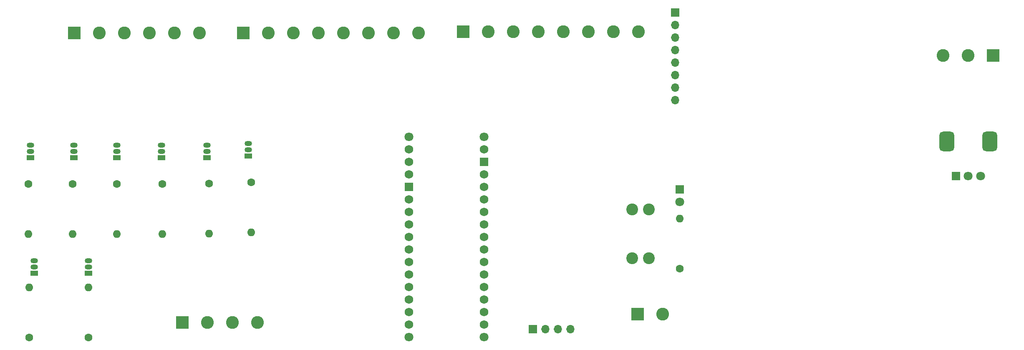
<source format=gbr>
%TF.GenerationSoftware,KiCad,Pcbnew,7.0.8*%
%TF.CreationDate,2024-12-10T03:26:12-06:00*%
%TF.ProjectId,CANBOARD_REV2,43414e42-4f41-4524-945f-524556322e6b,rev?*%
%TF.SameCoordinates,Original*%
%TF.FileFunction,Soldermask,Bot*%
%TF.FilePolarity,Negative*%
%FSLAX46Y46*%
G04 Gerber Fmt 4.6, Leading zero omitted, Abs format (unit mm)*
G04 Created by KiCad (PCBNEW 7.0.8) date 2024-12-10 03:26:12*
%MOMM*%
%LPD*%
G01*
G04 APERTURE LIST*
G04 Aperture macros list*
%AMRoundRect*
0 Rectangle with rounded corners*
0 $1 Rounding radius*
0 $2 $3 $4 $5 $6 $7 $8 $9 X,Y pos of 4 corners*
0 Add a 4 corners polygon primitive as box body*
4,1,4,$2,$3,$4,$5,$6,$7,$8,$9,$2,$3,0*
0 Add four circle primitives for the rounded corners*
1,1,$1+$1,$2,$3*
1,1,$1+$1,$4,$5*
1,1,$1+$1,$6,$7*
1,1,$1+$1,$8,$9*
0 Add four rect primitives between the rounded corners*
20,1,$1+$1,$2,$3,$4,$5,0*
20,1,$1+$1,$4,$5,$6,$7,0*
20,1,$1+$1,$6,$7,$8,$9,0*
20,1,$1+$1,$8,$9,$2,$3,0*%
G04 Aperture macros list end*
%ADD10R,2.600000X2.600000*%
%ADD11C,2.600000*%
%ADD12R,1.800000X1.800000*%
%ADD13C,1.800000*%
%ADD14RoundRect,0.750000X0.750000X-1.250000X0.750000X1.250000X-0.750000X1.250000X-0.750000X-1.250000X0*%
%ADD15C,1.600000*%
%ADD16O,1.600000X1.600000*%
%ADD17R,1.500000X1.050000*%
%ADD18O,1.500000X1.050000*%
%ADD19C,2.400000*%
%ADD20R,1.700000X1.700000*%
%ADD21O,1.700000X1.700000*%
%ADD22C,1.727200*%
%ADD23R,1.727200X1.727200*%
G04 APERTURE END LIST*
D10*
%TO.C,J7*%
X176000000Y-102305000D03*
D11*
X181080000Y-102305000D03*
%TD*%
D12*
%TO.C,RV1*%
X240555000Y-74305000D03*
D13*
X243055000Y-74305000D03*
X245555000Y-74305000D03*
D14*
X238655000Y-67305000D03*
X247455000Y-67305000D03*
%TD*%
D15*
%TO.C,R9*%
X52545000Y-107080000D03*
D16*
X52545000Y-96920000D03*
%TD*%
D15*
%TO.C,R8*%
X64545000Y-107080000D03*
D16*
X64545000Y-96920000D03*
%TD*%
D17*
%TO.C,Q8*%
X53545000Y-94000000D03*
D18*
X53545000Y-92730000D03*
X53545000Y-91460000D03*
%TD*%
D17*
%TO.C,Q7*%
X64545000Y-94000000D03*
D18*
X64545000Y-92730000D03*
X64545000Y-91460000D03*
%TD*%
D17*
%TO.C,Q6*%
X96965000Y-70270000D03*
D18*
X96965000Y-69000000D03*
X96965000Y-67730000D03*
%TD*%
D17*
%TO.C,Q5*%
X88545000Y-70540000D03*
D18*
X88545000Y-69270000D03*
X88545000Y-68000000D03*
%TD*%
D17*
%TO.C,Q4*%
X79335000Y-70540000D03*
D18*
X79335000Y-69270000D03*
X79335000Y-68000000D03*
%TD*%
D17*
%TO.C,Q3*%
X70335000Y-70540000D03*
D18*
X70335000Y-69270000D03*
X70335000Y-68000000D03*
%TD*%
D17*
%TO.C,Q2*%
X61545000Y-70540000D03*
D18*
X61545000Y-69270000D03*
X61545000Y-68000000D03*
%TD*%
%TO.C,Q1*%
X52755000Y-68000000D03*
X52755000Y-69270000D03*
D17*
X52755000Y-70540000D03*
%TD*%
D10*
%TO.C,J10*%
X83545000Y-104000000D03*
D11*
X88625000Y-104000000D03*
X93705000Y-104000000D03*
X98785000Y-104000000D03*
%TD*%
D19*
%TO.C,F1*%
X174845000Y-90960000D03*
X174845000Y-81040000D03*
X178245000Y-90960000D03*
X178245000Y-81040000D03*
%TD*%
D10*
%TO.C,J4*%
X248115000Y-49805000D03*
D11*
X243035000Y-49805000D03*
X237955000Y-49805000D03*
%TD*%
D12*
%TO.C,D1*%
X184545000Y-77000000D03*
D13*
X184545000Y-79540000D03*
%TD*%
D15*
%TO.C,R1*%
X184545000Y-93080000D03*
D16*
X184545000Y-82920000D03*
%TD*%
D20*
%TO.C,J1*%
X154745000Y-105375000D03*
D21*
X157285000Y-105375000D03*
X159825000Y-105375000D03*
X162365000Y-105375000D03*
%TD*%
D15*
%TO.C,R5*%
X79545000Y-75920000D03*
D16*
X79545000Y-86080000D03*
%TD*%
D11*
%TO.C,J2*%
X176105000Y-45000000D03*
X171025000Y-45000000D03*
X165945000Y-45000000D03*
X160865000Y-45000000D03*
X155785000Y-45000000D03*
X150705000Y-45000000D03*
X145625000Y-45000000D03*
D10*
X140545000Y-45000000D03*
%TD*%
D11*
%TO.C,J3*%
X131545000Y-45305000D03*
X126465000Y-45305000D03*
X121385000Y-45305000D03*
X116305000Y-45305000D03*
X111225000Y-45305000D03*
X106145000Y-45305000D03*
X101065000Y-45305000D03*
D10*
X95985000Y-45305000D03*
%TD*%
D13*
%TO.C,A1*%
X129545000Y-66380000D03*
X129545000Y-107020000D03*
X144785000Y-66380000D03*
X144785000Y-107020000D03*
D22*
X144785000Y-101940000D03*
X144785000Y-76540000D03*
X144785000Y-96860000D03*
X144785000Y-94320000D03*
X144785000Y-91780000D03*
X144785000Y-89240000D03*
X144785000Y-86700000D03*
X144785000Y-84160000D03*
X144785000Y-81620000D03*
X144785000Y-79080000D03*
X144785000Y-99400000D03*
X144785000Y-74000000D03*
X129545000Y-71460000D03*
X129545000Y-68920000D03*
X129545000Y-79080000D03*
X129545000Y-81620000D03*
X129545000Y-84160000D03*
X129545000Y-86700000D03*
X129545000Y-89240000D03*
X129545000Y-91780000D03*
X129545000Y-94320000D03*
X129545000Y-96860000D03*
X129545000Y-99400000D03*
X129545000Y-101940000D03*
X129545000Y-104480000D03*
X144785000Y-104480000D03*
D23*
X129545000Y-76540000D03*
X144785000Y-71460000D03*
D22*
X129545000Y-74000000D03*
X144785000Y-68920000D03*
%TD*%
D15*
%TO.C,R2*%
X52335000Y-75920000D03*
D16*
X52335000Y-86080000D03*
%TD*%
D15*
%TO.C,R7*%
X97595000Y-75570000D03*
D16*
X97595000Y-85730000D03*
%TD*%
D15*
%TO.C,R6*%
X88965000Y-75840000D03*
D16*
X88965000Y-86000000D03*
%TD*%
D15*
%TO.C,R4*%
X70335000Y-75920000D03*
D16*
X70335000Y-86080000D03*
%TD*%
D15*
%TO.C,R3*%
X61335000Y-75920000D03*
D16*
X61335000Y-86080000D03*
%TD*%
D10*
%TO.C,J8*%
X61635000Y-45305000D03*
D11*
X66715000Y-45305000D03*
X71795000Y-45305000D03*
X76875000Y-45305000D03*
X81955000Y-45305000D03*
X87035000Y-45305000D03*
%TD*%
D20*
%TO.C,J6*%
X183545000Y-41125000D03*
D21*
X183545000Y-43665000D03*
X183545000Y-46205000D03*
X183545000Y-48745000D03*
X183545000Y-51285000D03*
X183545000Y-53825000D03*
X183545000Y-56365000D03*
X183545000Y-58905000D03*
%TD*%
M02*

</source>
